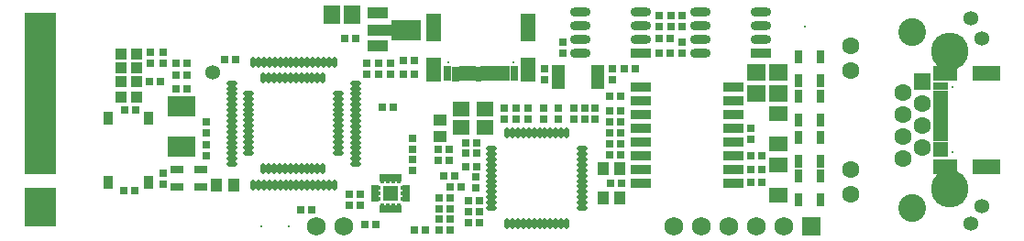
<source format=gts>
G04*
G04 #@! TF.GenerationSoftware,Altium Limited,Altium Designer,18.1.7 (191)*
G04*
G04 Layer_Color=8388736*
%FSLAX44Y44*%
%MOMM*%
G71*
G01*
G75*
%ADD48R,2.8750X3.6750*%
%ADD49R,2.8750X14.9250*%
%ADD50R,0.8032X0.8032*%
%ADD51R,0.8032X0.8032*%
%ADD52R,1.3032X2.2032*%
%ADD53R,1.9032X0.8532*%
%ADD54O,1.9032X0.8532*%
%ADD55R,1.3532X0.8032*%
%ADD56R,1.3532X0.5032*%
%ADD57R,2.8032X1.9032*%
%ADD58R,1.9032X1.1032*%
%ADD59R,2.7032X1.1032*%
%ADD60R,0.6532X1.2032*%
%ADD61R,1.0032X1.0032*%
%ADD62R,1.2032X0.6532*%
%ADD63R,1.7032X1.4032*%
%ADD64R,1.1332X1.1832*%
%ADD65R,0.4832X0.4832*%
%ADD66O,0.4832X0.8632*%
%ADD67O,0.8632X0.4832*%
%ADD68R,1.4532X1.4532*%
%ADD69R,1.5032X1.7032*%
%ADD70R,1.7032X1.5032*%
%ADD71R,2.4532X0.5532*%
%ADD72R,0.8032X1.3532*%
%ADD73R,0.5032X1.3532*%
%ADD74R,0.9032X1.3032*%
G04:AMPARAMS|DCode=75|XSize=0.5032mm|YSize=1.0032mm|CornerRadius=0.1766mm|HoleSize=0mm|Usage=FLASHONLY|Rotation=180.000|XOffset=0mm|YOffset=0mm|HoleType=Round|Shape=RoundedRectangle|*
%AMROUNDEDRECTD75*
21,1,0.5032,0.6500,0,0,180.0*
21,1,0.1500,1.0032,0,0,180.0*
1,1,0.3532,-0.0750,0.3250*
1,1,0.3532,0.0750,0.3250*
1,1,0.3532,0.0750,-0.3250*
1,1,0.3532,-0.0750,-0.3250*
%
%ADD75ROUNDEDRECTD75*%
G04:AMPARAMS|DCode=76|XSize=0.5032mm|YSize=1.0032mm|CornerRadius=0.1766mm|HoleSize=0mm|Usage=FLASHONLY|Rotation=90.000|XOffset=0mm|YOffset=0mm|HoleType=Round|Shape=RoundedRectangle|*
%AMROUNDEDRECTD76*
21,1,0.5032,0.6500,0,0,90.0*
21,1,0.1500,1.0032,0,0,90.0*
1,1,0.3532,0.3250,0.0750*
1,1,0.3532,0.3250,-0.0750*
1,1,0.3532,-0.3250,-0.0750*
1,1,0.3532,-0.3250,0.0750*
%
%ADD76ROUNDEDRECTD76*%
%ADD77R,2.6032X1.9032*%
%ADD78R,1.1832X1.1332*%
%ADD79R,1.6032X1.4032*%
%ADD80R,1.8732X0.9632*%
%ADD81C,1.7272*%
%ADD82R,1.7272X1.7272*%
%ADD83C,0.2032*%
%ADD84R,2.2032X1.4032*%
%ADD85R,2.5032X1.4032*%
%ADD86C,1.6012*%
%ADD87C,2.5582*%
%ADD88C,3.4532*%
%ADD89R,1.6012X1.6012*%
%ADD90C,1.3552*%
%ADD91R,1.4032X2.2032*%
%ADD92R,1.4032X2.5032*%
D48*
X180125Y314125D02*
D03*
D49*
X180375Y419625D02*
D03*
D50*
X559080Y313000D02*
D03*
X548920D02*
D03*
X575920Y300000D02*
D03*
X586080D02*
D03*
X559080Y293000D02*
D03*
X548920D02*
D03*
X559080Y323000D02*
D03*
X548920D02*
D03*
X559080Y303000D02*
D03*
X548920D02*
D03*
X719920Y442000D02*
D03*
X730080D02*
D03*
X762920Y481000D02*
D03*
X773080D02*
D03*
X762920Y491000D02*
D03*
X773080D02*
D03*
X762080Y457000D02*
D03*
X751920D02*
D03*
X762080Y470000D02*
D03*
X751920D02*
D03*
X526080Y450000D02*
D03*
X515920D02*
D03*
X495920Y407000D02*
D03*
X506080D02*
D03*
X569080Y333000D02*
D03*
X558920D02*
D03*
X258420Y404000D02*
D03*
X268580D02*
D03*
X461920Y470000D02*
D03*
X472080D02*
D03*
X476080Y326000D02*
D03*
X465920D02*
D03*
X350920Y451000D02*
D03*
X361080D02*
D03*
X476080Y316000D02*
D03*
X465920D02*
D03*
X316080Y436000D02*
D03*
X305920D02*
D03*
Y424000D02*
D03*
X316080D02*
D03*
Y447000D02*
D03*
X305920D02*
D03*
X536080Y293000D02*
D03*
X525920D02*
D03*
X490080Y298000D02*
D03*
X479920D02*
D03*
X280920Y430000D02*
D03*
X291080D02*
D03*
X257920Y330000D02*
D03*
X268080D02*
D03*
X515920Y437000D02*
D03*
X526080D02*
D03*
X431080Y312000D02*
D03*
X420920D02*
D03*
X586080Y310000D02*
D03*
X575920D02*
D03*
X836920Y362000D02*
D03*
X847080D02*
D03*
X836920Y337000D02*
D03*
X847080D02*
D03*
X836920Y349000D02*
D03*
X847080D02*
D03*
X705920Y393000D02*
D03*
X716080D02*
D03*
X705920Y417000D02*
D03*
X716080D02*
D03*
X705920Y383000D02*
D03*
X716080D02*
D03*
X586080Y320000D02*
D03*
X575920D02*
D03*
X572920Y374000D02*
D03*
X583080D02*
D03*
X572920Y364000D02*
D03*
X583080D02*
D03*
X705920Y373000D02*
D03*
X716080D02*
D03*
X717080Y336000D02*
D03*
X706920D02*
D03*
X716080Y363000D02*
D03*
X705920D02*
D03*
X716080Y403000D02*
D03*
X705920D02*
D03*
X563080Y343000D02*
D03*
X552920D02*
D03*
X583080Y352000D02*
D03*
X572920D02*
D03*
D51*
X752000Y491080D02*
D03*
Y480920D02*
D03*
X709000Y442080D02*
D03*
Y431920D02*
D03*
X663000Y467080D02*
D03*
Y456920D02*
D03*
X773000D02*
D03*
Y467080D02*
D03*
X646000Y442080D02*
D03*
Y431920D02*
D03*
X294000Y335920D02*
D03*
Y346080D02*
D03*
X524000Y378080D02*
D03*
Y367920D02*
D03*
X334000Y361920D02*
D03*
Y372080D02*
D03*
X482000Y447080D02*
D03*
Y436920D02*
D03*
X548000Y357920D02*
D03*
Y368080D02*
D03*
X504000Y447080D02*
D03*
Y436920D02*
D03*
X294000Y446920D02*
D03*
Y457080D02*
D03*
X282000Y446920D02*
D03*
Y457080D02*
D03*
X493000Y447080D02*
D03*
Y436920D02*
D03*
X334000Y382920D02*
D03*
Y393080D02*
D03*
X524000Y347920D02*
D03*
Y358080D02*
D03*
X837000Y387080D02*
D03*
Y376920D02*
D03*
X583000Y331920D02*
D03*
Y342080D02*
D03*
X693000Y395920D02*
D03*
Y406080D02*
D03*
X558000Y357920D02*
D03*
Y368080D02*
D03*
X609000Y395920D02*
D03*
Y406080D02*
D03*
X620000Y395920D02*
D03*
Y406080D02*
D03*
X631000D02*
D03*
Y395920D02*
D03*
X645000D02*
D03*
Y406080D02*
D03*
X659000Y395920D02*
D03*
Y406080D02*
D03*
X673000Y396000D02*
D03*
Y406160D02*
D03*
X683000Y395920D02*
D03*
Y406080D02*
D03*
D52*
X695000Y435000D02*
D03*
X659000D02*
D03*
D53*
X846000Y456900D02*
D03*
X735000Y457000D02*
D03*
D54*
X846000Y469600D02*
D03*
Y482300D02*
D03*
Y495000D02*
D03*
X790000Y456900D02*
D03*
Y469600D02*
D03*
Y482300D02*
D03*
Y495000D02*
D03*
X735000Y469700D02*
D03*
Y482400D02*
D03*
Y495100D02*
D03*
X679000Y457000D02*
D03*
Y469700D02*
D03*
Y482400D02*
D03*
Y495100D02*
D03*
D55*
X1012030Y364000D02*
D03*
Y371500D02*
D03*
X1012000Y418500D02*
D03*
X1012030Y426000D02*
D03*
D56*
Y377500D02*
D03*
Y382500D02*
D03*
Y387500D02*
D03*
Y392500D02*
D03*
X1012000Y397500D02*
D03*
X1012030Y402500D02*
D03*
Y407500D02*
D03*
Y412500D02*
D03*
D57*
X518000Y478000D02*
D03*
D58*
X492000Y463000D02*
D03*
Y494000D02*
D03*
D59*
X496000Y478000D02*
D03*
D60*
X881000Y379000D02*
D03*
Y357000D02*
D03*
X901000Y379000D02*
D03*
Y357000D02*
D03*
Y343000D02*
D03*
Y321000D02*
D03*
X881000Y343000D02*
D03*
Y321000D02*
D03*
X901000Y431000D02*
D03*
Y453000D02*
D03*
X881000Y431000D02*
D03*
Y453000D02*
D03*
X901000Y395000D02*
D03*
Y417000D02*
D03*
X881000Y395000D02*
D03*
Y417000D02*
D03*
D61*
X269000Y416000D02*
D03*
X255000D02*
D03*
X269300Y430000D02*
D03*
X255300D02*
D03*
X269300Y443000D02*
D03*
X255300D02*
D03*
X269300Y456000D02*
D03*
X255300D02*
D03*
D62*
X306500Y349500D02*
D03*
X328500D02*
D03*
X306500Y333000D02*
D03*
X328500D02*
D03*
D63*
X862000Y400954D02*
D03*
Y373046D02*
D03*
Y325046D02*
D03*
Y352954D02*
D03*
D64*
X700300Y350000D02*
D03*
X715700D02*
D03*
X700300Y323000D02*
D03*
X715700D02*
D03*
X343300Y335000D02*
D03*
X358700D02*
D03*
D65*
X496500Y342150D02*
D03*
X501500D02*
D03*
X506500D02*
D03*
X511500D02*
D03*
X519150Y332214D02*
D03*
Y327214D02*
D03*
Y322214D02*
D03*
X511500Y311850D02*
D03*
X506500D02*
D03*
X501500D02*
D03*
X496500D02*
D03*
X488850Y321960D02*
D03*
Y326960D02*
D03*
Y331960D02*
D03*
D66*
X496500Y340250D02*
D03*
X501500D02*
D03*
X506500D02*
D03*
X511500D02*
D03*
Y313750D02*
D03*
X506500D02*
D03*
X501500D02*
D03*
X496500D02*
D03*
D67*
X517250Y332214D02*
D03*
Y327214D02*
D03*
Y322214D02*
D03*
X490750Y321960D02*
D03*
Y326960D02*
D03*
Y331960D02*
D03*
D68*
X504000Y327000D02*
D03*
D69*
X449500Y492000D02*
D03*
X468500D02*
D03*
D70*
X842000Y438500D02*
D03*
Y419500D02*
D03*
X862000Y438500D02*
D03*
Y419500D02*
D03*
D71*
X181000Y457500D02*
D03*
Y452500D02*
D03*
Y447500D02*
D03*
Y442500D02*
D03*
Y302500D02*
D03*
Y307500D02*
D03*
Y312500D02*
D03*
Y317500D02*
D03*
Y322500D02*
D03*
Y327500D02*
D03*
Y352500D02*
D03*
Y357500D02*
D03*
Y362500D02*
D03*
Y367500D02*
D03*
Y372500D02*
D03*
Y377500D02*
D03*
Y382500D02*
D03*
Y387500D02*
D03*
Y392500D02*
D03*
Y397500D02*
D03*
Y402500D02*
D03*
Y407500D02*
D03*
Y412500D02*
D03*
Y417500D02*
D03*
Y422500D02*
D03*
Y427500D02*
D03*
Y432500D02*
D03*
Y437500D02*
D03*
Y462500D02*
D03*
Y487500D02*
D03*
Y482500D02*
D03*
Y477500D02*
D03*
Y472500D02*
D03*
Y467500D02*
D03*
D72*
X618300Y437600D02*
D03*
X610800D02*
D03*
X563800Y437570D02*
D03*
X556300Y437600D02*
D03*
D73*
X604800D02*
D03*
X599800D02*
D03*
X594800D02*
D03*
X589800D02*
D03*
X584800Y437570D02*
D03*
X579800Y437600D02*
D03*
X574800D02*
D03*
X569800D02*
D03*
D74*
X280500Y337500D02*
D03*
Y396500D02*
D03*
X243500D02*
D03*
Y337500D02*
D03*
D75*
X452000Y448500D02*
D03*
X447000D02*
D03*
X442000D02*
D03*
X437000D02*
D03*
X432000D02*
D03*
X427000D02*
D03*
X422000D02*
D03*
X417000D02*
D03*
X412000D02*
D03*
X407000D02*
D03*
X402000D02*
D03*
X397000D02*
D03*
X392000D02*
D03*
X387000D02*
D03*
X382000D02*
D03*
X377000D02*
D03*
X452000Y334500D02*
D03*
X447000D02*
D03*
X442000D02*
D03*
X437000D02*
D03*
X432000D02*
D03*
X427000D02*
D03*
X422000D02*
D03*
X417000D02*
D03*
X412000D02*
D03*
X407000D02*
D03*
X402000D02*
D03*
X397000D02*
D03*
X392000D02*
D03*
X387000D02*
D03*
X382000D02*
D03*
X377000D02*
D03*
X386500Y350250D02*
D03*
X391500D02*
D03*
X396500D02*
D03*
X401500D02*
D03*
X406500D02*
D03*
X411500D02*
D03*
X416500D02*
D03*
X421500D02*
D03*
X426500D02*
D03*
X431500D02*
D03*
X436500D02*
D03*
X441500D02*
D03*
X386500Y433750D02*
D03*
X391500D02*
D03*
X396500D02*
D03*
X401500D02*
D03*
X406500D02*
D03*
X411500D02*
D03*
X416500D02*
D03*
X421500D02*
D03*
X426500D02*
D03*
X431500D02*
D03*
X436500D02*
D03*
X441500D02*
D03*
X666500Y382750D02*
D03*
X661500D02*
D03*
X656500D02*
D03*
X651500D02*
D03*
X646500D02*
D03*
X641500D02*
D03*
X636500D02*
D03*
X631500D02*
D03*
X626500D02*
D03*
X621500D02*
D03*
X616500D02*
D03*
X611500D02*
D03*
X666500Y299250D02*
D03*
X661500D02*
D03*
X656500D02*
D03*
X651500D02*
D03*
X646500D02*
D03*
X641500D02*
D03*
X636500D02*
D03*
X631500D02*
D03*
X626500D02*
D03*
X621500D02*
D03*
X616500D02*
D03*
X611500D02*
D03*
D76*
X471500Y354000D02*
D03*
Y359000D02*
D03*
Y364000D02*
D03*
Y369000D02*
D03*
Y374000D02*
D03*
Y379000D02*
D03*
Y384000D02*
D03*
Y389000D02*
D03*
Y394000D02*
D03*
Y399000D02*
D03*
Y404000D02*
D03*
Y409000D02*
D03*
Y414000D02*
D03*
Y419000D02*
D03*
Y424000D02*
D03*
Y429000D02*
D03*
X357080Y354000D02*
D03*
Y359000D02*
D03*
Y364000D02*
D03*
Y369000D02*
D03*
Y374000D02*
D03*
Y379000D02*
D03*
Y384000D02*
D03*
Y389000D02*
D03*
Y394000D02*
D03*
Y399000D02*
D03*
Y404000D02*
D03*
Y409000D02*
D03*
Y414000D02*
D03*
Y419000D02*
D03*
Y424000D02*
D03*
Y429000D02*
D03*
X372250Y419500D02*
D03*
X372250Y414500D02*
D03*
X372250Y409500D02*
D03*
X372250Y404500D02*
D03*
Y399500D02*
D03*
Y394500D02*
D03*
Y389500D02*
D03*
Y384500D02*
D03*
X372250Y379500D02*
D03*
X372250Y374500D02*
D03*
Y369500D02*
D03*
Y364500D02*
D03*
X455750Y419500D02*
D03*
Y414500D02*
D03*
Y409500D02*
D03*
Y404500D02*
D03*
Y399500D02*
D03*
Y394500D02*
D03*
Y389500D02*
D03*
Y384500D02*
D03*
Y379500D02*
D03*
Y374500D02*
D03*
Y369500D02*
D03*
Y364500D02*
D03*
X680750Y313500D02*
D03*
X680750Y318500D02*
D03*
X680750Y323500D02*
D03*
X680750Y328500D02*
D03*
Y333500D02*
D03*
Y338500D02*
D03*
Y343500D02*
D03*
Y348500D02*
D03*
X680750Y353500D02*
D03*
X680750Y358500D02*
D03*
Y363500D02*
D03*
Y368500D02*
D03*
X597250Y313500D02*
D03*
Y318500D02*
D03*
Y323500D02*
D03*
Y328500D02*
D03*
Y333500D02*
D03*
Y338500D02*
D03*
Y343500D02*
D03*
Y348500D02*
D03*
Y353500D02*
D03*
Y358500D02*
D03*
Y363500D02*
D03*
Y368500D02*
D03*
D77*
X310600Y407500D02*
D03*
Y370500D02*
D03*
D78*
X550000Y394700D02*
D03*
Y379300D02*
D03*
D79*
X591000Y388000D02*
D03*
Y405000D02*
D03*
X569000D02*
D03*
Y388000D02*
D03*
D80*
X735350Y425450D02*
D03*
Y412750D02*
D03*
Y400050D02*
D03*
Y387350D02*
D03*
Y374650D02*
D03*
Y361950D02*
D03*
Y349250D02*
D03*
Y336550D02*
D03*
X820650D02*
D03*
Y349250D02*
D03*
Y361950D02*
D03*
Y374650D02*
D03*
Y387350D02*
D03*
Y400050D02*
D03*
Y412750D02*
D03*
Y425450D02*
D03*
D81*
X435400Y297000D02*
D03*
X867200D02*
D03*
X841800D02*
D03*
X816400D02*
D03*
X791000D02*
D03*
X460800D02*
D03*
X765600D02*
D03*
D82*
X892600D02*
D03*
D83*
X410000D02*
D03*
X384600D02*
D03*
X887000Y481000D02*
D03*
X1023000Y365000D02*
D03*
Y425000D02*
D03*
Y425000D02*
D03*
Y365000D02*
D03*
X617300Y448570D02*
D03*
X557300D02*
D03*
D84*
X1015830Y351800D02*
D03*
Y438300D02*
D03*
Y438200D02*
D03*
Y351700D02*
D03*
D85*
X1054430Y351800D02*
D03*
Y438300D02*
D03*
Y438200D02*
D03*
Y351700D02*
D03*
D86*
X928700Y440500D02*
D03*
Y463400D02*
D03*
Y349100D02*
D03*
Y326200D02*
D03*
X977000Y359200D02*
D03*
X994800Y369400D02*
D03*
X977000Y379600D02*
D03*
X994800Y389800D02*
D03*
X977000Y400000D02*
D03*
X994800Y410200D02*
D03*
X977000Y420400D02*
D03*
D87*
X985900Y476100D02*
D03*
Y313500D02*
D03*
D88*
X1020200Y458300D02*
D03*
Y331300D02*
D03*
D89*
X994800Y430600D02*
D03*
D90*
X1040000Y299000D02*
D03*
Y489000D02*
D03*
X340000Y439000D02*
D03*
X1050000Y315000D02*
D03*
Y470000D02*
D03*
D91*
X630500Y441400D02*
D03*
X544000D02*
D03*
D92*
X630500Y480000D02*
D03*
X544000D02*
D03*
M02*

</source>
